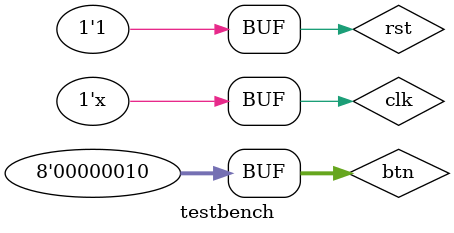
<source format=v>
`timescale 1us / 1ns


module testbench();

reg clk, rst;
reg [7:0] btn;
wire piezo;

piezo_basic pb(clk, rst, btn, piezo);

initial begin
    clk <= 0;
    rst <= 1;
    btn <= 8'b00000000;
    #1e+6; rst <= 0;
    #1e+6; rst <= 1;
    #1e+6; btn <= 8'b00100000;
    #1e+6; btn <= 8'b00000010;;
end

always begin
    #0.25 clk <= ~clk;
end

endmodule

</source>
